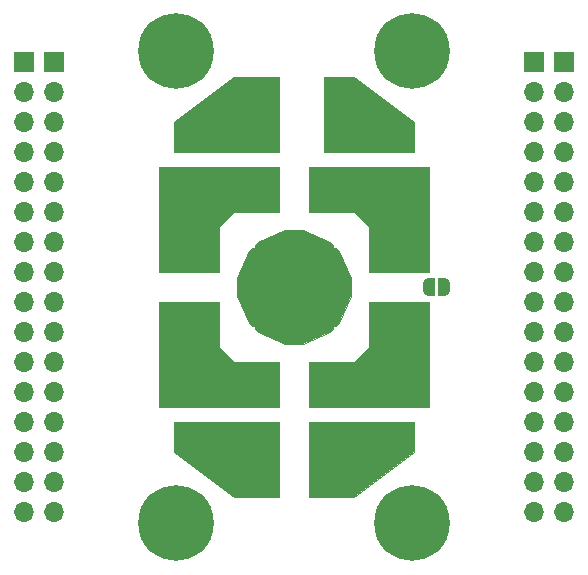
<source format=gbr>
G04 #@! TF.GenerationSoftware,KiCad,Pcbnew,8.0.6*
G04 #@! TF.CreationDate,2025-01-16T18:06:10-08:00*
G04 #@! TF.ProjectId,levitas_daughterboard,6c657669-7461-4735-9f64-617567687465,rev?*
G04 #@! TF.SameCoordinates,Original*
G04 #@! TF.FileFunction,Soldermask,Top*
G04 #@! TF.FilePolarity,Negative*
%FSLAX46Y46*%
G04 Gerber Fmt 4.6, Leading zero omitted, Abs format (unit mm)*
G04 Created by KiCad (PCBNEW 8.0.6) date 2025-01-16 18:06:10*
%MOMM*%
%LPD*%
G01*
G04 APERTURE LIST*
G04 Aperture macros list*
%AMFreePoly0*
4,1,19,0.500000,-0.750000,0.000000,-0.750000,0.000000,-0.744911,-0.071157,-0.744911,-0.207708,-0.704816,-0.327430,-0.627875,-0.420627,-0.520320,-0.479746,-0.390866,-0.500000,-0.250000,-0.500000,0.250000,-0.479746,0.390866,-0.420627,0.520320,-0.327430,0.627875,-0.207708,0.704816,-0.071157,0.744911,0.000000,0.744911,0.000000,0.750000,0.500000,0.750000,0.500000,-0.750000,0.500000,-0.750000,
$1*%
%AMFreePoly1*
4,1,19,0.000000,0.744911,0.071157,0.744911,0.207708,0.704816,0.327430,0.627875,0.420627,0.520320,0.479746,0.390866,0.500000,0.250000,0.500000,-0.250000,0.479746,-0.390866,0.420627,-0.520320,0.327430,-0.627875,0.207708,-0.704816,0.071157,-0.744911,0.000000,-0.744911,0.000000,-0.750000,-0.500000,-0.750000,-0.500000,0.750000,0.000000,0.750000,0.000000,0.744911,0.000000,0.744911,
$1*%
G04 Aperture macros list end*
%ADD10C,0.100000*%
%ADD11R,1.700000X1.700000*%
%ADD12O,1.700000X1.700000*%
%ADD13C,0.800000*%
%ADD14C,6.400000*%
%ADD15FreePoly0,0.000000*%
%ADD16FreePoly1,0.000000*%
%ADD17C,2.000000*%
G04 APERTURE END LIST*
D10*
X143510000Y-106680000D02*
X139700000Y-106680000D01*
X134620000Y-102870000D01*
X134620000Y-100330000D01*
X143510000Y-100330000D01*
X143510000Y-106680000D01*
G36*
X143510000Y-106680000D02*
G01*
X139700000Y-106680000D01*
X134620000Y-102870000D01*
X134620000Y-100330000D01*
X143510000Y-100330000D01*
X143510000Y-106680000D01*
G37*
X156210000Y-99060000D02*
X146050000Y-99060000D01*
X146050000Y-95250000D01*
X149860000Y-95250000D01*
X151130000Y-93980000D01*
X151130000Y-90170000D01*
X156210000Y-90170000D01*
X156210000Y-99060000D01*
G36*
X156210000Y-99060000D02*
G01*
X146050000Y-99060000D01*
X146050000Y-95250000D01*
X149860000Y-95250000D01*
X151130000Y-93980000D01*
X151130000Y-90170000D01*
X156210000Y-90170000D01*
X156210000Y-99060000D01*
G37*
X141478000Y-92202000D02*
X141224000Y-92202000D01*
X140970000Y-91948000D01*
X139954000Y-89662000D01*
X139954000Y-88900000D01*
X144780000Y-88900000D01*
X141478000Y-92202000D01*
G36*
X141478000Y-92202000D02*
G01*
X141224000Y-92202000D01*
X140970000Y-91948000D01*
X139954000Y-89662000D01*
X139954000Y-88900000D01*
X144780000Y-88900000D01*
X141478000Y-92202000D01*
G37*
X144780000Y-88900000D02*
X141478000Y-85598000D01*
X141478000Y-85344000D01*
X141732000Y-85090000D01*
X144018000Y-84074000D01*
X144780000Y-84074000D01*
X144780000Y-88900000D01*
G36*
X144780000Y-88900000D02*
G01*
X141478000Y-85598000D01*
X141478000Y-85344000D01*
X141732000Y-85090000D01*
X144018000Y-84074000D01*
X144780000Y-84074000D01*
X144780000Y-88900000D01*
G37*
X138430000Y-93980000D02*
X139700000Y-95250000D01*
X143510000Y-95250000D01*
X143510000Y-99060000D01*
X133350000Y-99060000D01*
X133350000Y-90170000D01*
X138430000Y-90170000D01*
X138430000Y-93980000D01*
G36*
X138430000Y-93980000D02*
G01*
X139700000Y-95250000D01*
X143510000Y-95250000D01*
X143510000Y-99060000D01*
X133350000Y-99060000D01*
X133350000Y-90170000D01*
X138430000Y-90170000D01*
X138430000Y-93980000D01*
G37*
X148082000Y-92202000D02*
X148082000Y-92456000D01*
X147828000Y-92710000D01*
X145542000Y-93726000D01*
X144780000Y-93726000D01*
X144780000Y-88900000D01*
X148082000Y-92202000D01*
G36*
X148082000Y-92202000D02*
G01*
X148082000Y-92456000D01*
X147828000Y-92710000D01*
X145542000Y-93726000D01*
X144780000Y-93726000D01*
X144780000Y-88900000D01*
X148082000Y-92202000D01*
G37*
X144780000Y-88900000D02*
X139954000Y-88900000D01*
X139954000Y-88138000D01*
X140970000Y-85852000D01*
X141224000Y-85598000D01*
X141478000Y-85598000D01*
X144780000Y-88900000D01*
G36*
X144780000Y-88900000D02*
G01*
X139954000Y-88900000D01*
X139954000Y-88138000D01*
X140970000Y-85852000D01*
X141224000Y-85598000D01*
X141478000Y-85598000D01*
X144780000Y-88900000D01*
G37*
X143510000Y-77470000D02*
X134620000Y-77470000D01*
X134620000Y-74930000D01*
X139700000Y-71120000D01*
X143510000Y-71120000D01*
X143510000Y-77470000D01*
G36*
X143510000Y-77470000D02*
G01*
X134620000Y-77470000D01*
X134620000Y-74930000D01*
X139700000Y-71120000D01*
X143510000Y-71120000D01*
X143510000Y-77470000D01*
G37*
X154940000Y-74930000D02*
X154940000Y-77470000D01*
X147320000Y-77470000D01*
X147320000Y-71120000D01*
X149860000Y-71120000D01*
X154940000Y-74930000D01*
G36*
X154940000Y-74930000D02*
G01*
X154940000Y-77470000D01*
X147320000Y-77470000D01*
X147320000Y-71120000D01*
X149860000Y-71120000D01*
X154940000Y-74930000D01*
G37*
X147828000Y-85090000D02*
X148082000Y-85344000D01*
X148082000Y-85598000D01*
X144780000Y-88900000D01*
X144780000Y-84074000D01*
X145542000Y-84074000D01*
X147828000Y-85090000D01*
G36*
X147828000Y-85090000D02*
G01*
X148082000Y-85344000D01*
X148082000Y-85598000D01*
X144780000Y-88900000D01*
X144780000Y-84074000D01*
X145542000Y-84074000D01*
X147828000Y-85090000D01*
G37*
X149606000Y-89662000D02*
X148590000Y-91948000D01*
X148336000Y-92202000D01*
X148082000Y-92202000D01*
X144780000Y-88900000D01*
X149606000Y-88900000D01*
X149606000Y-89662000D01*
G36*
X149606000Y-89662000D02*
G01*
X148590000Y-91948000D01*
X148336000Y-92202000D01*
X148082000Y-92202000D01*
X144780000Y-88900000D01*
X149606000Y-88900000D01*
X149606000Y-89662000D01*
G37*
X154940000Y-102870000D02*
X149860000Y-106680000D01*
X146050000Y-106680000D01*
X146050000Y-100330000D01*
X154940000Y-100330000D01*
X154940000Y-102870000D01*
G36*
X154940000Y-102870000D02*
G01*
X149860000Y-106680000D01*
X146050000Y-106680000D01*
X146050000Y-100330000D01*
X154940000Y-100330000D01*
X154940000Y-102870000D01*
G37*
X156210000Y-87630000D02*
X151130000Y-87630000D01*
X151130000Y-83820000D01*
X149860000Y-82550000D01*
X146050000Y-82550000D01*
X146050000Y-78740000D01*
X156210000Y-78740000D01*
X156210000Y-87630000D01*
G36*
X156210000Y-87630000D02*
G01*
X151130000Y-87630000D01*
X151130000Y-83820000D01*
X149860000Y-82550000D01*
X146050000Y-82550000D01*
X146050000Y-78740000D01*
X156210000Y-78740000D01*
X156210000Y-87630000D01*
G37*
X144780000Y-93726000D02*
X144018000Y-93726000D01*
X141732000Y-92710000D01*
X141478000Y-92456000D01*
X141478000Y-92202000D01*
X144780000Y-88900000D01*
X144780000Y-93726000D01*
G36*
X144780000Y-93726000D02*
G01*
X144018000Y-93726000D01*
X141732000Y-92710000D01*
X141478000Y-92456000D01*
X141478000Y-92202000D01*
X144780000Y-88900000D01*
X144780000Y-93726000D01*
G37*
X143510000Y-82550000D02*
X139700000Y-82550000D01*
X138430000Y-83820000D01*
X138430000Y-87630000D01*
X133350000Y-87630000D01*
X133350000Y-78740000D01*
X143510000Y-78740000D01*
X143510000Y-82550000D01*
G36*
X143510000Y-82550000D02*
G01*
X139700000Y-82550000D01*
X138430000Y-83820000D01*
X138430000Y-87630000D01*
X133350000Y-87630000D01*
X133350000Y-78740000D01*
X143510000Y-78740000D01*
X143510000Y-82550000D01*
G37*
X148590000Y-85852000D02*
X149606000Y-88138000D01*
X149606000Y-88900000D01*
X144780000Y-88900000D01*
X148082000Y-85598000D01*
X148336000Y-85598000D01*
X148590000Y-85852000D01*
G36*
X148590000Y-85852000D02*
G01*
X149606000Y-88138000D01*
X149606000Y-88900000D01*
X144780000Y-88900000D01*
X148082000Y-85598000D01*
X148336000Y-85598000D01*
X148590000Y-85852000D01*
G37*
D11*
G04 #@! TO.C,J3*
X124460000Y-69850000D03*
D12*
X124460000Y-72390000D03*
X124460000Y-74930000D03*
X124460000Y-77470000D03*
X124460000Y-80010000D03*
X124460000Y-82550000D03*
X124460000Y-85090000D03*
X124460000Y-87630000D03*
X124460000Y-90170000D03*
X124460000Y-92710000D03*
X124460000Y-95250000D03*
X124460000Y-97790000D03*
X124460000Y-100330000D03*
X124460000Y-102870000D03*
X124460000Y-105410000D03*
X124460000Y-107950000D03*
G04 #@! TD*
D11*
G04 #@! TO.C,J2*
X165100000Y-69850000D03*
D12*
X165100000Y-72390000D03*
X165100000Y-74930000D03*
X165100000Y-77470000D03*
X165100000Y-80010000D03*
X165100000Y-82550000D03*
X165100000Y-85090000D03*
X165100000Y-87630000D03*
X165100000Y-90170000D03*
X165100000Y-92710000D03*
X165100000Y-95250000D03*
X165100000Y-97790000D03*
X165100000Y-100330000D03*
X165100000Y-102870000D03*
X165100000Y-105410000D03*
X165100000Y-107950000D03*
G04 #@! TD*
D13*
G04 #@! TO.C,REF\u002A\u002A*
X132380000Y-108900000D03*
X133082944Y-107202944D03*
X133082944Y-110597056D03*
X134780000Y-106500000D03*
D14*
X134780000Y-108900000D03*
D13*
X134780000Y-111300000D03*
X136477056Y-107202944D03*
X136477056Y-110597056D03*
X137180000Y-108900000D03*
G04 #@! TD*
G04 #@! TO.C,REF\u002A\u002A*
X152380000Y-108900000D03*
X153082944Y-107202944D03*
X153082944Y-110597056D03*
X154780000Y-106500000D03*
D14*
X154780000Y-108900000D03*
D13*
X154780000Y-111300000D03*
X156477056Y-107202944D03*
X156477056Y-110597056D03*
X157180000Y-108900000D03*
G04 #@! TD*
G04 #@! TO.C,REF\u002A\u002A*
X152380000Y-68900000D03*
X153082944Y-67202944D03*
X153082944Y-70597056D03*
X154780000Y-66500000D03*
D14*
X154780000Y-68900000D03*
D13*
X154780000Y-71300000D03*
X156477056Y-67202944D03*
X156477056Y-70597056D03*
X157180000Y-68900000D03*
G04 #@! TD*
G04 #@! TO.C,REF\u002A\u002A*
X132380000Y-68900000D03*
X133082944Y-67202944D03*
X133082944Y-70597056D03*
X134780000Y-66500000D03*
D14*
X134780000Y-68900000D03*
D13*
X134780000Y-71300000D03*
X136477056Y-67202944D03*
X136477056Y-70597056D03*
X137180000Y-68900000D03*
G04 #@! TD*
D15*
G04 #@! TO.C,REF\u002A\u002A*
X156210000Y-88900000D03*
D16*
X157510000Y-88900000D03*
G04 #@! TD*
D17*
G04 #@! TO.C,J6*
X141732000Y-90170000D03*
G04 #@! TD*
D11*
G04 #@! TO.C,J4*
X167640000Y-69850000D03*
D12*
X167640000Y-72390000D03*
X167640000Y-74930000D03*
X167640000Y-77470000D03*
X167640000Y-80010000D03*
X167640000Y-82550000D03*
X167640000Y-85090000D03*
X167640000Y-87630000D03*
X167640000Y-90170000D03*
X167640000Y-92710000D03*
X167640000Y-95250000D03*
X167640000Y-97790000D03*
X167640000Y-100330000D03*
X167640000Y-102870000D03*
X167640000Y-105410000D03*
X167640000Y-107950000D03*
G04 #@! TD*
D17*
G04 #@! TO.C,J5*
X143510000Y-91948000D03*
G04 #@! TD*
D11*
G04 #@! TO.C,J1*
X121920000Y-69850000D03*
D12*
X121920000Y-72390000D03*
X121920000Y-74930000D03*
X121920000Y-77470000D03*
X121920000Y-80010000D03*
X121920000Y-82550000D03*
X121920000Y-85090000D03*
X121920000Y-87630000D03*
X121920000Y-90170000D03*
X121920000Y-92710000D03*
X121920000Y-95250000D03*
X121920000Y-97790000D03*
X121920000Y-100330000D03*
X121920000Y-102870000D03*
X121920000Y-105410000D03*
X121920000Y-107950000D03*
G04 #@! TD*
D17*
G04 #@! TO.C,J9*
X141732000Y-87630000D03*
G04 #@! TD*
G04 #@! TO.C,J7*
X147828000Y-90170000D03*
G04 #@! TD*
G04 #@! TO.C,J8*
X146050000Y-91948000D03*
G04 #@! TD*
G04 #@! TO.C,J12*
X147828000Y-87630000D03*
G04 #@! TD*
G04 #@! TO.C,J11*
X146050000Y-85852000D03*
G04 #@! TD*
G04 #@! TO.C,J10*
X143510000Y-85852000D03*
G04 #@! TD*
M02*

</source>
